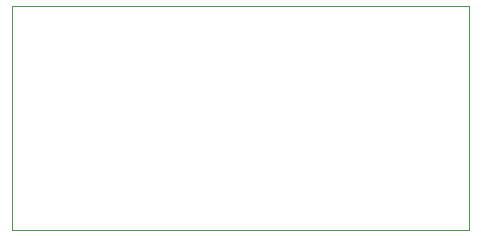
<source format=gbr>
%TF.GenerationSoftware,KiCad,Pcbnew,(5.1.6)-1*%
%TF.CreationDate,2020-06-26T00:22:11+04:00*%
%TF.ProjectId,ch340c-progarmmer,63683334-3063-42d7-9072-6f6761726d6d,rev?*%
%TF.SameCoordinates,Original*%
%TF.FileFunction,Profile,NP*%
%FSLAX46Y46*%
G04 Gerber Fmt 4.6, Leading zero omitted, Abs format (unit mm)*
G04 Created by KiCad (PCBNEW (5.1.6)-1) date 2020-06-26 00:22:11*
%MOMM*%
%LPD*%
G01*
G04 APERTURE LIST*
%TA.AperFunction,Profile*%
%ADD10C,0.050000*%
%TD*%
G04 APERTURE END LIST*
D10*
X207010000Y-58102500D02*
X207010000Y-55435500D01*
X168275000Y-58102500D02*
X207010000Y-58102500D01*
X168275000Y-39116000D02*
X168275000Y-39624000D01*
X207010000Y-39116000D02*
X168275000Y-39116000D01*
X207010000Y-55499000D02*
X207010000Y-39116000D01*
X168275000Y-58102500D02*
X168275000Y-39624000D01*
M02*

</source>
